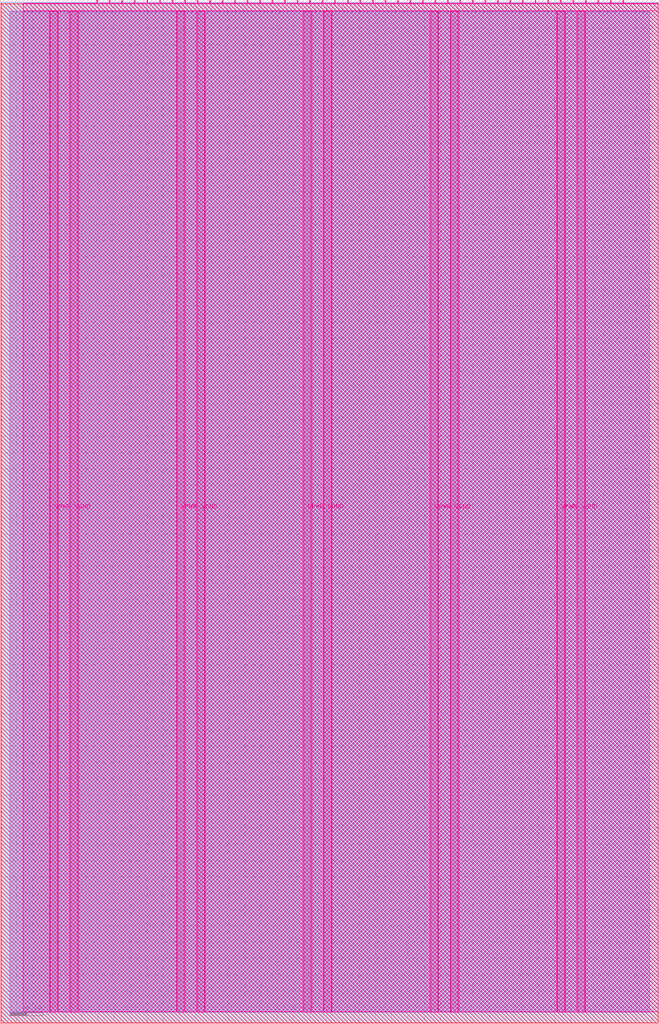
<source format=lef>
VERSION 5.7 ;
  NOWIREEXTENSIONATPIN ON ;
  DIVIDERCHAR "/" ;
  BUSBITCHARS "[]" ;
MACRO tt_um_toivoh_demo_tt10
  CLASS BLOCK ;
  FOREIGN tt_um_toivoh_demo_tt10 ;
  ORIGIN 0.000 0.000 ;
  SIZE 202.080 BY 313.740 ;
  PIN VGND
    DIRECTION INOUT ;
    USE GROUND ;
    PORT
      LAYER Metal5 ;
        RECT 21.580 3.560 23.780 310.180 ;
    END
    PORT
      LAYER Metal5 ;
        RECT 60.450 3.560 62.650 310.180 ;
    END
    PORT
      LAYER Metal5 ;
        RECT 99.320 3.560 101.520 310.180 ;
    END
    PORT
      LAYER Metal5 ;
        RECT 138.190 3.560 140.390 310.180 ;
    END
    PORT
      LAYER Metal5 ;
        RECT 177.060 3.560 179.260 310.180 ;
    END
  END VGND
  PIN VPWR
    DIRECTION INOUT ;
    USE POWER ;
    PORT
      LAYER Metal5 ;
        RECT 15.380 3.560 17.580 310.180 ;
    END
    PORT
      LAYER Metal5 ;
        RECT 54.250 3.560 56.450 310.180 ;
    END
    PORT
      LAYER Metal5 ;
        RECT 93.120 3.560 95.320 310.180 ;
    END
    PORT
      LAYER Metal5 ;
        RECT 131.990 3.560 134.190 310.180 ;
    END
    PORT
      LAYER Metal5 ;
        RECT 170.860 3.560 173.060 310.180 ;
    END
  END VPWR
  PIN clk
    DIRECTION INPUT ;
    USE SIGNAL ;
    ANTENNAGATEAREA 2.646800 ;
    ANTENNADIFFAREA 8.061600 ;
    PORT
      LAYER Metal5 ;
        RECT 187.050 312.740 187.350 313.740 ;
    END
  END clk
  PIN ena
    DIRECTION INPUT ;
    USE SIGNAL ;
    PORT
      LAYER Metal5 ;
        RECT 190.890 312.740 191.190 313.740 ;
    END
  END ena
  PIN rst_n
    DIRECTION INPUT ;
    USE SIGNAL ;
    ANTENNAGATEAREA 0.527800 ;
    PORT
      LAYER Metal5 ;
        RECT 183.210 312.740 183.510 313.740 ;
    END
  END rst_n
  PIN ui_in[0]
    DIRECTION INPUT ;
    USE SIGNAL ;
    PORT
      LAYER Metal5 ;
        RECT 179.370 312.740 179.670 313.740 ;
    END
  END ui_in[0]
  PIN ui_in[1]
    DIRECTION INPUT ;
    USE SIGNAL ;
    PORT
      LAYER Metal5 ;
        RECT 175.530 312.740 175.830 313.740 ;
    END
  END ui_in[1]
  PIN ui_in[2]
    DIRECTION INPUT ;
    USE SIGNAL ;
    PORT
      LAYER Metal5 ;
        RECT 171.690 312.740 171.990 313.740 ;
    END
  END ui_in[2]
  PIN ui_in[3]
    DIRECTION INPUT ;
    USE SIGNAL ;
    PORT
      LAYER Metal5 ;
        RECT 167.850 312.740 168.150 313.740 ;
    END
  END ui_in[3]
  PIN ui_in[4]
    DIRECTION INPUT ;
    USE SIGNAL ;
    PORT
      LAYER Metal5 ;
        RECT 164.010 312.740 164.310 313.740 ;
    END
  END ui_in[4]
  PIN ui_in[5]
    DIRECTION INPUT ;
    USE SIGNAL ;
    PORT
      LAYER Metal5 ;
        RECT 160.170 312.740 160.470 313.740 ;
    END
  END ui_in[5]
  PIN ui_in[6]
    DIRECTION INPUT ;
    USE SIGNAL ;
    ANTENNAGATEAREA 0.213200 ;
    PORT
      LAYER Metal5 ;
        RECT 156.330 312.740 156.630 313.740 ;
    END
  END ui_in[6]
  PIN ui_in[7]
    DIRECTION INPUT ;
    USE SIGNAL ;
    ANTENNAGATEAREA 0.213200 ;
    PORT
      LAYER Metal5 ;
        RECT 152.490 312.740 152.790 313.740 ;
    END
  END ui_in[7]
  PIN uio_in[0]
    DIRECTION INPUT ;
    USE SIGNAL ;
    PORT
      LAYER Metal5 ;
        RECT 148.650 312.740 148.950 313.740 ;
    END
  END uio_in[0]
  PIN uio_in[1]
    DIRECTION INPUT ;
    USE SIGNAL ;
    PORT
      LAYER Metal5 ;
        RECT 144.810 312.740 145.110 313.740 ;
    END
  END uio_in[1]
  PIN uio_in[2]
    DIRECTION INPUT ;
    USE SIGNAL ;
    PORT
      LAYER Metal5 ;
        RECT 140.970 312.740 141.270 313.740 ;
    END
  END uio_in[2]
  PIN uio_in[3]
    DIRECTION INPUT ;
    USE SIGNAL ;
    PORT
      LAYER Metal5 ;
        RECT 137.130 312.740 137.430 313.740 ;
    END
  END uio_in[3]
  PIN uio_in[4]
    DIRECTION INPUT ;
    USE SIGNAL ;
    PORT
      LAYER Metal5 ;
        RECT 133.290 312.740 133.590 313.740 ;
    END
  END uio_in[4]
  PIN uio_in[5]
    DIRECTION INPUT ;
    USE SIGNAL ;
    PORT
      LAYER Metal5 ;
        RECT 129.450 312.740 129.750 313.740 ;
    END
  END uio_in[5]
  PIN uio_in[6]
    DIRECTION INPUT ;
    USE SIGNAL ;
    PORT
      LAYER Metal5 ;
        RECT 125.610 312.740 125.910 313.740 ;
    END
  END uio_in[6]
  PIN uio_in[7]
    DIRECTION INPUT ;
    USE SIGNAL ;
    PORT
      LAYER Metal5 ;
        RECT 121.770 312.740 122.070 313.740 ;
    END
  END uio_in[7]
  PIN uio_oe[0]
    DIRECTION OUTPUT ;
    USE SIGNAL ;
    ANTENNADIFFAREA 0.299200 ;
    PORT
      LAYER Metal5 ;
        RECT 56.490 312.740 56.790 313.740 ;
    END
  END uio_oe[0]
  PIN uio_oe[1]
    DIRECTION OUTPUT ;
    USE SIGNAL ;
    ANTENNADIFFAREA 0.299200 ;
    PORT
      LAYER Metal5 ;
        RECT 52.650 312.740 52.950 313.740 ;
    END
  END uio_oe[1]
  PIN uio_oe[2]
    DIRECTION OUTPUT ;
    USE SIGNAL ;
    ANTENNADIFFAREA 0.299200 ;
    PORT
      LAYER Metal5 ;
        RECT 48.810 312.740 49.110 313.740 ;
    END
  END uio_oe[2]
  PIN uio_oe[3]
    DIRECTION OUTPUT ;
    USE SIGNAL ;
    ANTENNADIFFAREA 0.299200 ;
    PORT
      LAYER Metal5 ;
        RECT 44.970 312.740 45.270 313.740 ;
    END
  END uio_oe[3]
  PIN uio_oe[4]
    DIRECTION OUTPUT ;
    USE SIGNAL ;
    ANTENNADIFFAREA 0.299200 ;
    PORT
      LAYER Metal5 ;
        RECT 41.130 312.740 41.430 313.740 ;
    END
  END uio_oe[4]
  PIN uio_oe[5]
    DIRECTION OUTPUT ;
    USE SIGNAL ;
    ANTENNADIFFAREA 0.299200 ;
    PORT
      LAYER Metal5 ;
        RECT 37.290 312.740 37.590 313.740 ;
    END
  END uio_oe[5]
  PIN uio_oe[6]
    DIRECTION OUTPUT ;
    USE SIGNAL ;
    ANTENNADIFFAREA 0.299200 ;
    PORT
      LAYER Metal5 ;
        RECT 33.450 312.740 33.750 313.740 ;
    END
  END uio_oe[6]
  PIN uio_oe[7]
    DIRECTION OUTPUT ;
    USE SIGNAL ;
    ANTENNADIFFAREA 0.392700 ;
    PORT
      LAYER Metal5 ;
        RECT 29.610 312.740 29.910 313.740 ;
    END
  END uio_oe[7]
  PIN uio_out[0]
    DIRECTION OUTPUT ;
    USE SIGNAL ;
    ANTENNADIFFAREA 0.299200 ;
    PORT
      LAYER Metal5 ;
        RECT 87.210 312.740 87.510 313.740 ;
    END
  END uio_out[0]
  PIN uio_out[1]
    DIRECTION OUTPUT ;
    USE SIGNAL ;
    ANTENNADIFFAREA 0.299200 ;
    PORT
      LAYER Metal5 ;
        RECT 83.370 312.740 83.670 313.740 ;
    END
  END uio_out[1]
  PIN uio_out[2]
    DIRECTION OUTPUT ;
    USE SIGNAL ;
    ANTENNADIFFAREA 0.299200 ;
    PORT
      LAYER Metal5 ;
        RECT 79.530 312.740 79.830 313.740 ;
    END
  END uio_out[2]
  PIN uio_out[3]
    DIRECTION OUTPUT ;
    USE SIGNAL ;
    ANTENNADIFFAREA 0.299200 ;
    PORT
      LAYER Metal5 ;
        RECT 75.690 312.740 75.990 313.740 ;
    END
  END uio_out[3]
  PIN uio_out[4]
    DIRECTION OUTPUT ;
    USE SIGNAL ;
    ANTENNADIFFAREA 0.299200 ;
    PORT
      LAYER Metal5 ;
        RECT 71.850 312.740 72.150 313.740 ;
    END
  END uio_out[4]
  PIN uio_out[5]
    DIRECTION OUTPUT ;
    USE SIGNAL ;
    ANTENNADIFFAREA 0.299200 ;
    PORT
      LAYER Metal5 ;
        RECT 68.010 312.740 68.310 313.740 ;
    END
  END uio_out[5]
  PIN uio_out[6]
    DIRECTION OUTPUT ;
    USE SIGNAL ;
    ANTENNADIFFAREA 0.299200 ;
    PORT
      LAYER Metal5 ;
        RECT 64.170 312.740 64.470 313.740 ;
    END
  END uio_out[6]
  PIN uio_out[7]
    DIRECTION OUTPUT ;
    USE SIGNAL ;
    ANTENNADIFFAREA 0.632400 ;
    PORT
      LAYER Metal5 ;
        RECT 60.330 312.740 60.630 313.740 ;
    END
  END uio_out[7]
  PIN uo_out[0]
    DIRECTION OUTPUT ;
    USE SIGNAL ;
    ANTENNADIFFAREA 0.632400 ;
    PORT
      LAYER Metal5 ;
        RECT 117.930 312.740 118.230 313.740 ;
    END
  END uo_out[0]
  PIN uo_out[1]
    DIRECTION OUTPUT ;
    USE SIGNAL ;
    ANTENNADIFFAREA 0.632400 ;
    PORT
      LAYER Metal5 ;
        RECT 114.090 312.740 114.390 313.740 ;
    END
  END uo_out[1]
  PIN uo_out[2]
    DIRECTION OUTPUT ;
    USE SIGNAL ;
    ANTENNADIFFAREA 0.632400 ;
    PORT
      LAYER Metal5 ;
        RECT 110.250 312.740 110.550 313.740 ;
    END
  END uo_out[2]
  PIN uo_out[3]
    DIRECTION OUTPUT ;
    USE SIGNAL ;
    ANTENNADIFFAREA 0.632400 ;
    PORT
      LAYER Metal5 ;
        RECT 106.410 312.740 106.710 313.740 ;
    END
  END uo_out[3]
  PIN uo_out[4]
    DIRECTION OUTPUT ;
    USE SIGNAL ;
    ANTENNADIFFAREA 0.632400 ;
    PORT
      LAYER Metal5 ;
        RECT 102.570 312.740 102.870 313.740 ;
    END
  END uo_out[4]
  PIN uo_out[5]
    DIRECTION OUTPUT ;
    USE SIGNAL ;
    ANTENNADIFFAREA 0.632400 ;
    PORT
      LAYER Metal5 ;
        RECT 98.730 312.740 99.030 313.740 ;
    END
  END uo_out[5]
  PIN uo_out[6]
    DIRECTION OUTPUT ;
    USE SIGNAL ;
    ANTENNADIFFAREA 0.632400 ;
    PORT
      LAYER Metal5 ;
        RECT 94.890 312.740 95.190 313.740 ;
    END
  END uo_out[6]
  PIN uo_out[7]
    DIRECTION OUTPUT ;
    USE SIGNAL ;
    ANTENNADIFFAREA 0.632400 ;
    PORT
      LAYER Metal5 ;
        RECT 91.050 312.740 91.350 313.740 ;
    END
  END uo_out[7]
  OBS
      LAYER GatPoly ;
        RECT 2.880 3.630 199.200 310.110 ;
      LAYER Metal1 ;
        RECT 2.880 3.560 199.200 310.180 ;
      LAYER Metal2 ;
        RECT 0.335 0.320 201.745 313.000 ;
      LAYER Metal3 ;
        RECT 0.380 0.275 201.700 313.045 ;
      LAYER Metal4 ;
        RECT 0.335 0.320 201.745 312.580 ;
      LAYER Metal5 ;
        RECT 7.100 312.530 29.400 312.740 ;
        RECT 30.120 312.530 33.240 312.740 ;
        RECT 33.960 312.530 37.080 312.740 ;
        RECT 37.800 312.530 40.920 312.740 ;
        RECT 41.640 312.530 44.760 312.740 ;
        RECT 45.480 312.530 48.600 312.740 ;
        RECT 49.320 312.530 52.440 312.740 ;
        RECT 53.160 312.530 56.280 312.740 ;
        RECT 57.000 312.530 60.120 312.740 ;
        RECT 60.840 312.530 63.960 312.740 ;
        RECT 64.680 312.530 67.800 312.740 ;
        RECT 68.520 312.530 71.640 312.740 ;
        RECT 72.360 312.530 75.480 312.740 ;
        RECT 76.200 312.530 79.320 312.740 ;
        RECT 80.040 312.530 83.160 312.740 ;
        RECT 83.880 312.530 87.000 312.740 ;
        RECT 87.720 312.530 90.840 312.740 ;
        RECT 91.560 312.530 94.680 312.740 ;
        RECT 95.400 312.530 98.520 312.740 ;
        RECT 99.240 312.530 102.360 312.740 ;
        RECT 103.080 312.530 106.200 312.740 ;
        RECT 106.920 312.530 110.040 312.740 ;
        RECT 110.760 312.530 113.880 312.740 ;
        RECT 114.600 312.530 117.720 312.740 ;
        RECT 118.440 312.530 121.560 312.740 ;
        RECT 122.280 312.530 125.400 312.740 ;
        RECT 126.120 312.530 129.240 312.740 ;
        RECT 129.960 312.530 133.080 312.740 ;
        RECT 133.800 312.530 136.920 312.740 ;
        RECT 137.640 312.530 140.760 312.740 ;
        RECT 141.480 312.530 144.600 312.740 ;
        RECT 145.320 312.530 148.440 312.740 ;
        RECT 149.160 312.530 152.280 312.740 ;
        RECT 153.000 312.530 156.120 312.740 ;
        RECT 156.840 312.530 159.960 312.740 ;
        RECT 160.680 312.530 163.800 312.740 ;
        RECT 164.520 312.530 167.640 312.740 ;
        RECT 168.360 312.530 171.480 312.740 ;
        RECT 172.200 312.530 175.320 312.740 ;
        RECT 176.040 312.530 179.160 312.740 ;
        RECT 179.880 312.530 183.000 312.740 ;
        RECT 183.720 312.530 186.840 312.740 ;
        RECT 187.560 312.530 190.680 312.740 ;
        RECT 191.400 312.530 201.700 312.740 ;
        RECT 7.100 310.390 201.700 312.530 ;
        RECT 7.100 3.635 15.170 310.390 ;
        RECT 17.790 3.635 21.370 310.390 ;
        RECT 23.990 3.635 54.040 310.390 ;
        RECT 56.660 3.635 60.240 310.390 ;
        RECT 62.860 3.635 92.910 310.390 ;
        RECT 95.530 3.635 99.110 310.390 ;
        RECT 101.730 3.635 131.780 310.390 ;
        RECT 134.400 3.635 137.980 310.390 ;
        RECT 140.600 3.635 170.650 310.390 ;
        RECT 173.270 3.635 176.850 310.390 ;
        RECT 179.470 3.635 201.700 310.390 ;
  END
END tt_um_toivoh_demo_tt10
END LIBRARY


</source>
